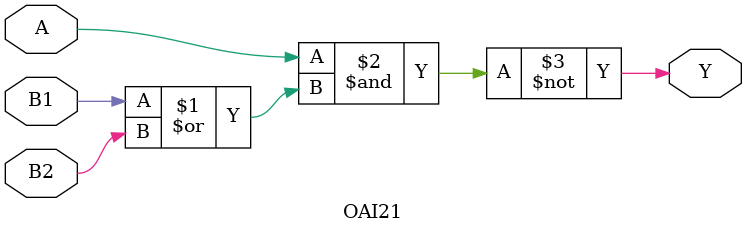
<source format=v>
module OAI21(
    output Y,
    input A,
    input B1,
    input B2
);
    assign Y = ~(A & (B1 | B2));
endmodule
</source>
